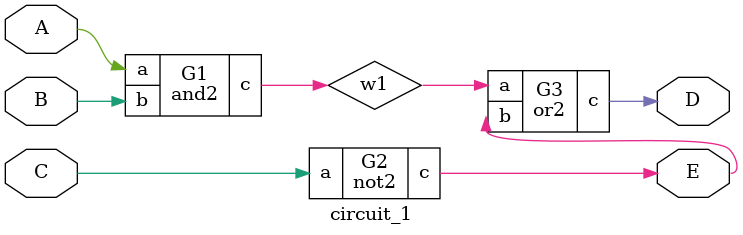
<source format=v>
module and2(a, b, c);
  input a, b;
  output c;
  assign c = a & b;
endmodule

module or2(a, b, c);
  input a, b;
  output c;
  assign c = a | b;
endmodule

module not2(a, c);
  input a;
  output c;
  assign c = !a;
endmodule

module circuit_1(A, B, C, D, E);
  output D, E;
  input A, B, C;
  wire w1;
  
  and2 G1(A, B, w1);
  not2 G2(C, E);
  or2 G3(w1, E, D);
endmodule

</source>
